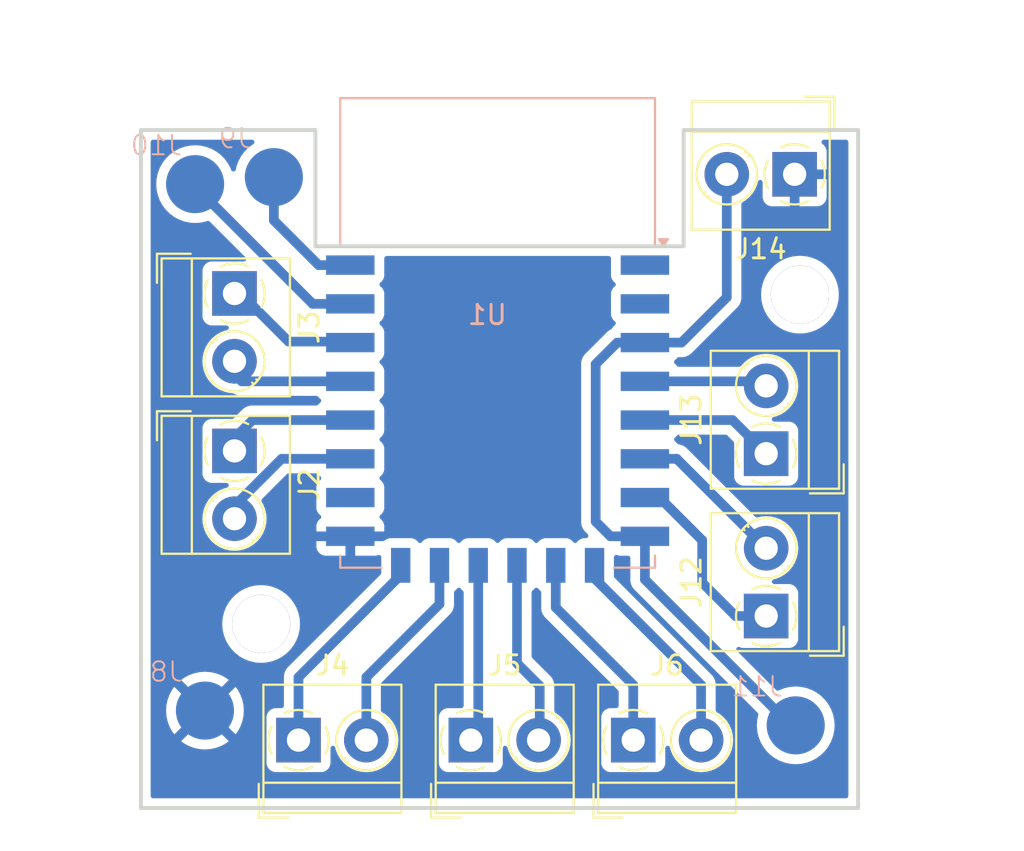
<source format=kicad_pcb>
(kicad_pcb (version 20240108) (generator "pcbnew") (generator_version "8.0")
  (layers (0 "F.Cu" signal) (31 "B.Cu" signal) (34 "B.Paste" user) (35 "F.Paste" user) (36 "B.SilkS" user "B.Silkscreen") (37 "F.SilkS" user "F.Silkscreen") (38 "B.Mask" user) (39 "F.Mask" user) (44 "Edge.Cuts" user))
  (net 0 "")
  (net 1 "+3.3V")
  (net 2 "GND")
  (net 4 "TX")
  (net 5 "RX")
  (net 7 "3_1")
  (net 8 "4_2")
  (net 9 "4_1")
  (net 10 "2_2")
  (net 11 "2_1")
  (net 12 "3_2")
  (net 13 "5_2")
  (net 14 "5_1")
  (net 15 "1_2")
  (net 16 "1_1")
  (net 18 "6_1")
  (net 19 "6_2")
  (net 20 "7_2")
  (net 21 "7_1")
  (footprint "TerminalBlock_MetzConnect:TerminalBlock_MetzConnect_Type059_RT06302HBWC_1x02_P3.50mm_Horizontal" (layer "F.Cu") (at 74.836 65.33 90)
    (property "Reference" "J12" (at 1.75 -3.86 90) (layer "F.SilkS"))
    (property "Value" "terminal_1")
    (fp_line (start 5.31 -2.86) (end 5.31 3.76) (stroke (width 0.12)) (layer "F.SilkS"))
    (fp_line (start -1.81 -2.86) (end 5.31 -2.86) (stroke (width 0.12)) (layer "F.SilkS"))
    (fp_line (start -1.81 -2.86) (end -1.81 3.76) (stroke (width 0.12)) (layer "F.SilkS"))
    (fp_line (start 4.49 -1.18) (end 4.436 -1.126) (stroke (width 0.12)) (layer "F.SilkS"))
    (fp_line (start 4.68 -0.99) (end 4.604 -0.914) (stroke (width 0.12)) (layer "F.SilkS"))
    (fp_line (start 2.397 0.914) (end 2.321 0.99) (stroke (width 0.12)) (layer "F.SilkS"))
    (fp_line (start 2.565 1.125) (end 2.511 1.18) (stroke (width 0.12)) (layer "F.SilkS"))
    (fp_line (start -1.81 2.2) (end 5.31 2.2) (stroke (width 0.12)) (layer "F.SilkS"))
    (fp_line (start -2.05 2.26) (end -2.05 4) (stroke (width 0.12)) (layer "F.SilkS"))
    (fp_line (start -1.81 3.76) (end 5.31 3.76) (stroke (width 0.12)) (layer "F.SilkS"))
    (fp_line (start -2.05 4) (end -0.55 4) (stroke (width 0.12)) (layer "F.SilkS"))
    (fp_arc (start -0.705733 -1.386645) (mid 0.000711 -1.555906) (end 0.707 -1.386) (stroke (width 0.12)) (layer "F.SilkS"))
    (fp_arc (start 1.386645 -0.705733) (mid 1.555906 0.000711) (end 1.386 0.707) (stroke (width 0.12)) (layer "F.SilkS"))
    (fp_arc (start -1.386645 0.705733) (mid -1.555906 -0.000711) (end -1.386 -0.707) (stroke (width 0.12)) (layer "F.SilkS"))
    (fp_arc (start 0.705955 1.385515) (mid 0.363007 1.512035) (end 0 1.555) (stroke (width 0.12)) (layer "F.SilkS"))
    (fp_arc (start 0.026444 1.555682) (mid -0.350695 1.515869) (end -0.707 1.386) (stroke (width 0.12)) (layer "F.SilkS"))
    (fp_circle (center 3.5 0) (end 5.055 0) (stroke (width 0.12)) (fill none) (layer "F.SilkS"))
    (pad "1" thru_hole rect (at 0 0 90) (size 2.3 2.3) (drill 1.2) (layers "*.Cu" "*.Mask") (net 18 "6_1"))
    (pad "2" thru_hole circle (at 3.5 0 90) (size 2.3 2.3) (drill 1.2) (layers "*.Cu" "*.Mask") (net 19 "6_2"))
  )
  (footprint "TerminalBlock_MetzConnect:TerminalBlock_MetzConnect_Type059_RT06302HBWC_1x02_P3.50mm_Horizontal" (layer "F.Cu") (at 47.404 48.678 -90)
    (property "Reference" "J3" (at 1.75 -3.86 -90) (layer "F.SilkS"))
    (property "Value" "terminal_1")
    (fp_line (start -2.05 4) (end -0.55 4) (stroke (width 0.12)) (layer "F.SilkS"))
    (fp_line (start -1.81 3.76) (end 5.31 3.76) (stroke (width 0.12)) (layer "F.SilkS"))
    (fp_line (start -2.05 2.26) (end -2.05 4) (stroke (width 0.12)) (layer "F.SilkS"))
    (fp_line (start -1.81 2.2) (end 5.31 2.2) (stroke (width 0.12)) (layer "F.SilkS"))
    (fp_line (start 2.565 1.125) (end 2.511 1.18) (stroke (width 0.12)) (layer "F.SilkS"))
    (fp_line (start 2.397 0.914) (end 2.321 0.99) (stroke (width 0.12)) (layer "F.SilkS"))
    (fp_line (start 4.68 -0.99) (end 4.604 -0.914) (stroke (width 0.12)) (layer "F.SilkS"))
    (fp_line (start 4.49 -1.18) (end 4.436 -1.126) (stroke (width 0.12)) (layer "F.SilkS"))
    (fp_line (start -1.81 -2.86) (end -1.81 3.76) (stroke (width 0.12)) (layer "F.SilkS"))
    (fp_line (start -1.81 -2.86) (end 5.31 -2.86) (stroke (width 0.12)) (layer "F.SilkS"))
    (fp_line (start 5.31 -2.86) (end 5.31 3.76) (stroke (width 0.12)) (layer "F.SilkS"))
    (fp_arc (start 0.026444 1.555682) (mid -0.350695 1.515869) (end -0.707 1.386) (stroke (width 0.12)) (layer "F.SilkS"))
    (fp_arc (start 0.705955 1.385515) (mid 0.363007 1.512035) (end 0 1.555) (stroke (width 0.12)) (layer "F.SilkS"))
    (fp_arc (start -1.386645 0.705733) (mid -1.555906 -0.000711) (end -1.386 -0.707) (stroke (width 0.12)) (layer "F.SilkS"))
    (fp_arc (start 1.386645 -0.705733) (mid 1.555906 0.000711) (end 1.386 0.707) (stroke (width 0.12)) (layer "F.SilkS"))
    (fp_arc (start -0.705733 -1.386645) (mid 0.000711 -1.555906) (end 0.707 -1.386) (stroke (width 0.12)) (layer "F.SilkS"))
    (fp_circle (center 3.5 0) (end 5.055 0) (stroke (width 0.12)) (fill none) (layer "F.SilkS"))
    (pad "1" thru_hole rect (at 0 0 270) (size 2.3 2.3) (drill 1.2) (layers "*.Cu" "*.Mask") (net 16 "1_1"))
    (pad "2" thru_hole circle (at 3.5 0 270) (size 2.3 2.3) (drill 1.2) (layers "*.Cu" "*.Mask") (net 15 "1_2"))
  )
  (footprint "TerminalBlock_MetzConnect:TerminalBlock_MetzConnect_Type059_RT06302HBWC_1x02_P3.50mm_Horizontal" (layer "F.Cu") (at 76.304 42.526 180)
    (property "Reference" "J14" (at 1.75 -3.86 360) (layer "F.SilkS"))
    (property "Value" "terminal_1")
    (fp_line (start 5.31 -2.86) (end 5.31 3.76) (stroke (width 0.12)) (layer "F.SilkS"))
    (fp_line (start 4.68 -0.99) (end 4.604 -0.914) (stroke (width 0.12)) (layer "F.SilkS"))
    (fp_line (start 4.49 -1.18) (end 4.436 -1.126) (stroke (width 0.12)) (layer "F.SilkS"))
    (fp_line (start 2.565 1.125) (end 2.511 1.18) (stroke (width 0.12)) (layer "F.SilkS"))
    (fp_line (start 2.397 0.914) (end 2.321 0.99) (stroke (width 0.12)) (layer "F.SilkS"))
    (fp_line (start -1.81 3.76) (end 5.31 3.76) (stroke (width 0.12)) (layer "F.SilkS"))
    (fp_line (start -1.81 2.2) (end 5.31 2.2) (stroke (width 0.12)) (layer "F.SilkS"))
    (fp_line (start -1.81 -2.86) (end 5.31 -2.86) (stroke (width 0.12)) (layer "F.SilkS"))
    (fp_line (start -1.81 -2.86) (end -1.81 3.76) (stroke (width 0.12)) (layer "F.SilkS"))
    (fp_line (start -2.05 4) (end -0.55 4) (stroke (width 0.12)) (layer "F.SilkS"))
    (fp_line (start -2.05 2.26) (end -2.05 4) (stroke (width 0.12)) (layer "F.SilkS"))
    (fp_arc (start 1.386645 -0.705733) (mid 1.555906 0.000711) (end 1.386 0.707) (stroke (width 0.12)) (layer "F.SilkS"))
    (fp_arc (start 0.705955 1.385515) (mid 0.363007 1.512035) (end 0 1.555) (stroke (width 0.12)) (layer "F.SilkS"))
    (fp_arc (start 0.026444 1.555682) (mid -0.350695 1.515869) (end -0.707 1.386) (stroke (width 0.12)) (layer "F.SilkS"))
    (fp_arc (start -0.705733 -1.386645) (mid 0.000711 -1.555906) (end 0.707 -1.386) (stroke (width 0.12)) (layer "F.SilkS"))
    (fp_arc (start -1.386645 0.705733) (mid -1.555906 -0.000711) (end -1.386 -0.707) (stroke (width 0.12)) (layer "F.SilkS"))
    (fp_circle (center 3.5 0) (end 5.055 0) (stroke (width 0.12)) (fill none) (layer "F.SilkS"))
    (pad "1" thru_hole rect (at 0 0 180) (size 2.3 2.3) (drill 1.2) (layers "*.Cu" "*.Mask") (net 2 "GND"))
    (pad "2" thru_hole circle (at 3.5 0 180) (size 2.3 2.3) (drill 1.2) (layers "*.Cu" "*.Mask") (net 1 "+3.3V"))
  )
  (footprint "TerminalBlock_MetzConnect:TerminalBlock_MetzConnect_Type059_RT06302HBWC_1x02_P3.50mm_Horizontal" (layer "F.Cu") (at 50.706 71.736)
    (property "Reference" "J4" (at 1.75 -3.86 0) (layer "F.SilkS"))
    (property "Value" "terminal_1")
    (fp_line (start -2.05 2.26) (end -2.05 4) (stroke (width 0.12)) (layer "F.SilkS"))
    (fp_line (start -2.05 4) (end -0.55 4) (stroke (width 0.12)) (layer "F.SilkS"))
    (fp_line (start -1.81 -2.86) (end -1.81 3.76) (stroke (width 0.12)) (layer "F.SilkS"))
    (fp_line (start -1.81 -2.86) (end 5.31 -2.86) (stroke (width 0.12)) (layer "F.SilkS"))
    (fp_line (start -1.81 2.2) (end 5.31 2.2) (stroke (width 0.12)) (layer "F.SilkS"))
    (fp_line (start -1.81 3.76) (end 5.31 3.76) (stroke (width 0.12)) (layer "F.SilkS"))
    (fp_line (start 2.397 0.914) (end 2.321 0.99) (stroke (width 0.12)) (layer "F.SilkS"))
    (fp_line (start 2.565 1.125) (end 2.511 1.18) (stroke (width 0.12)) (layer "F.SilkS"))
    (fp_line (start 4.49 -1.18) (end 4.436 -1.126) (stroke (width 0.12)) (layer "F.SilkS"))
    (fp_line (start 4.68 -0.99) (end 4.604 -0.914) (stroke (width 0.12)) (layer "F.SilkS"))
    (fp_line (start 5.31 -2.86) (end 5.31 3.76) (stroke (width 0.12)) (layer "F.SilkS"))
    (fp_arc (start -1.386645 0.705733) (mid -1.555906 -0.000711) (end -1.386 -0.707) (stroke (width 0.12)) (layer "F.SilkS"))
    (fp_arc (start -0.705733 -1.386645) (mid 0.000711 -1.555906) (end 0.707 -1.386) (stroke (width 0.12)) (layer "F.SilkS"))
    (fp_arc (start 0.026444 1.555682) (mid -0.350695 1.515869) (end -0.707 1.386) (stroke (width 0.12)) (layer "F.SilkS"))
    (fp_arc (start 0.705955 1.385515) (mid 0.363007 1.512035) (end 0 1.555) (stroke (width 0.12)) (layer "F.SilkS"))
    (fp_arc (start 1.386645 -0.705733) (mid 1.555906 0.000711) (end 1.386 0.707) (stroke (width 0.12)) (layer "F.SilkS"))
    (fp_circle (center 3.5 0) (end 5.055 0) (stroke (width 0.12)) (fill none) (layer "F.SilkS"))
    (pad "1" thru_hole rect (at 0 0) (size 2.3 2.3) (drill 1.2) (layers "*.Cu" "*.Mask") (net 7 "3_1"))
    (pad "2" thru_hole circle (at 3.5 0) (size 2.3 2.3) (drill 1.2) (layers "*.Cu" "*.Mask") (net 12 "3_2"))
  )
  (footprint "TerminalBlock_MetzConnect:TerminalBlock_MetzConnect_Type059_RT06302HBWC_1x02_P3.50mm_Horizontal" (layer "F.Cu") (at 59.596 71.736)
    (property "Reference" "J5" (at 1.75 -3.86 0) (layer "F.SilkS"))
    (property "Value" "terminal_1")
    (fp_line (start -2.05 2.26) (end -2.05 4) (stroke (width 0.12)) (layer "F.SilkS"))
    (fp_line (start -2.05 4) (end -0.55 4) (stroke (width 0.12)) (layer "F.SilkS"))
    (fp_line (start -1.81 -2.86) (end -1.81 3.76) (stroke (width 0.12)) (layer "F.SilkS"))
    (fp_line (start -1.81 -2.86) (end 5.31 -2.86) (stroke (width 0.12)) (layer "F.SilkS"))
    (fp_line (start -1.81 2.2) (end 5.31 2.2) (stroke (width 0.12)) (layer "F.SilkS"))
    (fp_line (start -1.81 3.76) (end 5.31 3.76) (stroke (width 0.12)) (layer "F.SilkS"))
    (fp_line (start 2.397 0.914) (end 2.321 0.99) (stroke (width 0.12)) (layer "F.SilkS"))
    (fp_line (start 2.565 1.125) (end 2.511 1.18) (stroke (width 0.12)) (layer "F.SilkS"))
    (fp_line (start 4.49 -1.18) (end 4.436 -1.126) (stroke (width 0.12)) (layer "F.SilkS"))
    (fp_line (start 4.68 -0.99) (end 4.604 -0.914) (stroke (width 0.12)) (layer "F.SilkS"))
    (fp_line (start 5.31 -2.86) (end 5.31 3.76) (stroke (width 0.12)) (layer "F.SilkS"))
    (fp_arc (start -1.386645 0.705733) (mid -1.555906 -0.000711) (end -1.386 -0.707) (stroke (width 0.12)) (layer "F.SilkS"))
    (fp_arc (start -0.705733 -1.386645) (mid 0.000711 -1.555906) (end 0.707 -1.386) (stroke (width 0.12)) (layer "F.SilkS"))
    (fp_arc (start 0.026444 1.555682) (mid -0.350695 1.515869) (end -0.707 1.386) (stroke (width 0.12)) (layer "F.SilkS"))
    (fp_arc (start 0.705955 1.385515) (mid 0.363007 1.512035) (end 0 1.555) (stroke (width 0.12)) (layer "F.SilkS"))
    (fp_arc (start 1.386645 -0.705733) (mid 1.555906 0.000711) (end 1.386 0.707) (stroke (width 0.12)) (layer "F.SilkS"))
    (fp_circle (center 3.5 0) (end 5.055 0) (stroke (width 0.12)) (fill none) (layer "F.SilkS"))
    (pad "1" thru_hole rect (at 0 0) (size 2.3 2.3) (drill 1.2) (layers "*.Cu" "*.Mask") (net 9 "4_1"))
    (pad "2" thru_hole circle (at 3.5 0) (size 2.3 2.3) (drill 1.2) (layers "*.Cu" "*.Mask") (net 8 "4_2"))
  )
  (footprint "CustomParts:hole-3.0mm" (layer "F.Cu") (at 76.578 48.74)
    (property "Reference" "H**" (hide yes))
    (property "Value" "hole-3.0mm" (hide yes))
    (pad "" thru_hole circle (at 0 0) (size 3 3) (drill 3) (layers "*.Cu"))
  )
  (footprint "TerminalBlock_MetzConnect:TerminalBlock_MetzConnect_Type059_RT06302HBWC_1x02_P3.50mm_Horizontal" (layer "F.Cu") (at 47.404 56.806 -90)
    (property "Reference" "J2" (at 1.75 -3.86 -90) (layer "F.SilkS"))
    (property "Value" "terminal_1")
    (fp_line (start -2.05 4) (end -0.55 4) (stroke (width 0.12)) (layer "F.SilkS"))
    (fp_line (start -1.81 3.76) (end 5.31 3.76) (stroke (width 0.12)) (layer "F.SilkS"))
    (fp_line (start -2.05 2.26) (end -2.05 4) (stroke (width 0.12)) (layer "F.SilkS"))
    (fp_line (start -1.81 2.2) (end 5.31 2.2) (stroke (width 0.12)) (layer "F.SilkS"))
    (fp_line (start 2.565 1.125) (end 2.511 1.18) (stroke (width 0.12)) (layer "F.SilkS"))
    (fp_line (start 2.397 0.914) (end 2.321 0.99) (stroke (width 0.12)) (layer "F.SilkS"))
    (fp_line (start 4.68 -0.99) (end 4.604 -0.914) (stroke (width 0.12)) (layer "F.SilkS"))
    (fp_line (start 4.49 -1.18) (end 4.436 -1.126) (stroke (width 0.12)) (layer "F.SilkS"))
    (fp_line (start -1.81 -2.86) (end -1.81 3.76) (stroke (width 0.12)) (layer "F.SilkS"))
    (fp_line (start -1.81 -2.86) (end 5.31 -2.86) (stroke (width 0.12)) (layer "F.SilkS"))
    (fp_line (start 5.31 -2.86) (end 5.31 3.76) (stroke (width 0.12)) (layer "F.SilkS"))
    (fp_arc (start 0.026444 1.555682) (mid -0.350695 1.515869) (end -0.707 1.386) (stroke (width 0.12)) (layer "F.SilkS"))
    (fp_arc (start 0.705955 1.385515) (mid 0.363007 1.512035) (end 0 1.555) (stroke (width 0.12)) (layer "F.SilkS"))
    (fp_arc (start -1.386645 0.705733) (mid -1.555906 -0.000711) (end -1.386 -0.707) (stroke (width 0.12)) (layer "F.SilkS"))
    (fp_arc (start 1.386645 -0.705733) (mid 1.555906 0.000711) (end 1.386 0.707) (stroke (width 0.12)) (layer "F.SilkS"))
    (fp_arc (start -0.705733 -1.386645) (mid 0.000711 -1.555906) (end 0.707 -1.386) (stroke (width 0.12)) (layer "F.SilkS"))
    (fp_circle (center 3.5 0) (end 5.055 0) (stroke (width 0.12)) (fill none) (layer "F.SilkS"))
    (pad "1" thru_hole rect (at 0 0 270) (size 2.3 2.3) (drill 1.2) (layers "*.Cu" "*.Mask") (net 11 "2_1"))
    (pad "2" thru_hole circle (at 3.5 0 270) (size 2.3 2.3) (drill 1.2) (layers "*.Cu" "*.Mask") (net 10 "2_2"))
  )
  (footprint "TerminalBlock_MetzConnect:TerminalBlock_MetzConnect_Type059_RT06302HBWC_1x02_P3.50mm_Horizontal" (layer "F.Cu") (at 67.978 71.736)
    (property "Reference" "J6" (at 1.75 -3.86 0) (layer "F.SilkS"))
    (property "Value" "terminal_1")
    (fp_line (start -2.05 2.26) (end -2.05 4) (stroke (width 0.12)) (layer "F.SilkS"))
    (fp_line (start -2.05 4) (end -0.55 4) (stroke (width 0.12)) (layer "F.SilkS"))
    (fp_line (start -1.81 -2.86) (end -1.81 3.76) (stroke (width 0.12)) (layer "F.SilkS"))
    (fp_line (start -1.81 -2.86) (end 5.31 -2.86) (stroke (width 0.12)) (layer "F.SilkS"))
    (fp_line (start -1.81 2.2) (end 5.31 2.2) (stroke (width 0.12)) (layer "F.SilkS"))
    (fp_line (start -1.81 3.76) (end 5.31 3.76) (stroke (width 0.12)) (layer "F.SilkS"))
    (fp_line (start 2.397 0.914) (end 2.321 0.99) (stroke (width 0.12)) (layer "F.SilkS"))
    (fp_line (start 2.565 1.125) (end 2.511 1.18) (stroke (width 0.12)) (layer "F.SilkS"))
    (fp_line (start 4.49 -1.18) (end 4.436 -1.126) (stroke (width 0.12)) (layer "F.SilkS"))
    (fp_line (start 4.68 -0.99) (end 4.604 -0.914) (stroke (width 0.12)) (layer "F.SilkS"))
    (fp_line (start 5.31 -2.86) (end 5.31 3.76) (stroke (width 0.12)) (layer "F.SilkS"))
    (fp_arc (start -1.386645 0.705733) (mid -1.555906 -0.000711) (end -1.386 -0.707) (stroke (width 0.12)) (layer "F.SilkS"))
    (fp_arc (start -0.705733 -1.386645) (mid 0.000711 -1.555906) (end 0.707 -1.386) (stroke (width 0.12)) (layer "F.SilkS"))
    (fp_arc (start 0.026444 1.555682) (mid -0.350695 1.515869) (end -0.707 1.386) (stroke (width 0.12)) (layer "F.SilkS"))
    (fp_arc (start 0.705955 1.385515) (mid 0.363007 1.512035) (end 0 1.555) (stroke (width 0.12)) (layer "F.SilkS"))
    (fp_arc (start 1.386645 -0.705733) (mid 1.555906 0.000711) (end 1.386 0.707) (stroke (width 0.12)) (layer "F.SilkS"))
    (fp_circle (center 3.5 0) (end 5.055 0) (stroke (width 0.12)) (fill none) (layer "F.SilkS"))
    (pad "1" thru_hole rect (at 0 0) (size 2.3 2.3) (drill 1.2) (layers "*.Cu" "*.Mask") (net 14 "5_1"))
    (pad "2" thru_hole circle (at 3.5 0) (size 2.3 2.3) (drill 1.2) (layers "*.Cu" "*.Mask") (net 13 "5_2"))
  )
  (footprint "TerminalBlock_MetzConnect:TerminalBlock_MetzConnect_Type059_RT06302HBWC_1x02_P3.50mm_Horizontal" (layer "F.Cu") (at 74.836 56.948 90)
    (property "Reference" "J13" (at 1.75 -3.86 90) (layer "F.SilkS"))
    (property "Value" "terminal_1")
    (fp_line (start 5.31 -2.86) (end 5.31 3.76) (stroke (width 0.12)) (layer "F.SilkS"))
    (fp_line (start -1.81 -2.86) (end 5.31 -2.86) (stroke (width 0.12)) (layer "F.SilkS"))
    (fp_line (start -1.81 -2.86) (end -1.81 3.76) (stroke (width 0.12)) (layer "F.SilkS"))
    (fp_line (start 4.49 -1.18) (end 4.436 -1.126) (stroke (width 0.12)) (layer "F.SilkS"))
    (fp_line (start 4.68 -0.99) (end 4.604 -0.914) (stroke (width 0.12)) (layer "F.SilkS"))
    (fp_line (start 2.397 0.914) (end 2.321 0.99) (stroke (width 0.12)) (layer "F.SilkS"))
    (fp_line (start 2.565 1.125) (end 2.511 1.18) (stroke (width 0.12)) (layer "F.SilkS"))
    (fp_line (start -1.81 2.2) (end 5.31 2.2) (stroke (width 0.12)) (layer "F.SilkS"))
    (fp_line (start -2.05 2.26) (end -2.05 4) (stroke (width 0.12)) (layer "F.SilkS"))
    (fp_line (start -1.81 3.76) (end 5.31 3.76) (stroke (width 0.12)) (layer "F.SilkS"))
    (fp_line (start -2.05 4) (end -0.55 4) (stroke (width 0.12)) (layer "F.SilkS"))
    (fp_arc (start -0.705733 -1.386645) (mid 0.000711 -1.555906) (end 0.707 -1.386) (stroke (width 0.12)) (layer "F.SilkS"))
    (fp_arc (start 1.386645 -0.705733) (mid 1.555906 0.000711) (end 1.386 0.707) (stroke (width 0.12)) (layer "F.SilkS"))
    (fp_arc (start -1.386645 0.705733) (mid -1.555906 -0.000711) (end -1.386 -0.707) (stroke (width 0.12)) (layer "F.SilkS"))
    (fp_arc (start 0.705955 1.385515) (mid 0.363007 1.512035) (end 0 1.555) (stroke (width 0.12)) (layer "F.SilkS"))
    (fp_arc (start 0.026444 1.555682) (mid -0.350695 1.515869) (end -0.707 1.386) (stroke (width 0.12)) (layer "F.SilkS"))
    (fp_circle (center 3.5 0) (end 5.055 0) (stroke (width 0.12)) (fill none) (layer "F.SilkS"))
    (pad "1" thru_hole rect (at 0 0 90) (size 2.3 2.3) (drill 1.2) (layers "*.Cu" "*.Mask") (net 21 "7_1"))
    (pad "2" thru_hole circle (at 3.5 0 90) (size 2.3 2.3) (drill 1.2) (layers "*.Cu" "*.Mask") (net 20 "7_2"))
  )
  (footprint "CustomParts:hole-3.0mm" (layer "F.Cu") (at 48.778 65.74)
    (property "Reference" "H**" (hide yes))
    (property "Value" "hole-3.0mm" (hide yes))
    (pad "" thru_hole circle (at 0 0) (size 3 3) (drill 3) (layers "*.Cu"))
  )
  (footprint "CustomParts:solderConnector3" (layer "B.Cu") (at 49.436 42.672 180)
    (property "Reference" "J9" (at 2 2 0) (layer "B.SilkS") (effects (font (thickness 0.1)) (justify mirror)))
    (property "Value" "solderConn")
    (pad "1" smd circle (at 0 0 180) (size 3 3) (layers "B.Cu" "B.Paste" "B.Mask") (net 4 "TX"))
  )
  (footprint "CustomParts:solderConnector3" (layer "B.Cu") (at 45.88 70.212 180)
    (property "Reference" "J8" (at 2 2 0) (layer "B.SilkS") (effects (font (thickness 0.1)) (justify mirror)))
    (property "Value" "solderConn")
    (pad "1" smd circle (at 0 0 180) (size 3 3) (layers "B.Cu" "B.Paste" "B.Mask") (net 2 "GND"))
  )
  (footprint "CustomParts:solderConnector3" (layer "B.Cu") (at 76.36 70.974 180)
    (property "Reference" "J11" (at 2 2 0) (layer "B.SilkS") (effects (font (thickness 0.1)) (justify mirror)))
    (property "Value" "solderConn")
    (pad "1" smd circle (at 0 0 180) (size 3 3) (layers "B.Cu" "B.Paste" "B.Mask") (net 1 "+3.3V"))
  )
  (footprint "CustomParts:solderConnector3" (layer "B.Cu") (at 45.372 43.034 180)
    (property "Reference" "J10" (at 2 2 0) (layer "B.SilkS") (effects (font (thickness 0.1)) (justify mirror)))
    (property "Value" "solderConn")
    (pad "1" smd circle (at 0 0 180) (size 3 3) (layers "B.Cu" "B.Paste" "B.Mask") (net 5 "RX"))
  )
  (footprint "RF_Module:ESP-12E" (layer "B.Cu") (at 60.98 50.714 180)
    (property "Reference" "U1" (at 0.528 0.93 0) (layer "B.SilkS") (effects (justify mirror)))
    (property "Value" "ESP-12E")
    (fp_line (start 8.12 12.12) (end -8.12 12.12) (stroke (width 0.12)) (layer "B.SilkS"))
    (fp_line (start 8.12 4.5) (end 8.12 12.12) (stroke (width 0.12)) (layer "B.SilkS"))
    (fp_line (start 8.12 -12.12) (end 8.12 -11.5) (stroke (width 0.12)) (layer "B.SilkS"))
    (fp_line (start 6 -12.12) (end 8.12 -12.12) (stroke (width 0.12)) (layer "B.SilkS"))
    (fp_line (start -8.12 12.12) (end -8.12 4.5) (stroke (width 0.12)) (layer "B.SilkS"))
    (fp_line (start -8.12 -11.5) (end -8.12 -12.12) (stroke (width 0.12)) (layer "B.SilkS"))
    (fp_line (start -8.12 -12.12) (end -6 -12.12) (stroke (width 0.12)) (layer "B.SilkS"))
    (fp_poly (pts (xy -8.55 4.5) (xy -8.79 4.836) (xy -8.31 4.836) (xy -8.55 4.5)) (stroke (width 0.12)) (fill solid) (layer "B.SilkS"))
    (pad "1" smd rect (at -7.6 3.5 180) (size 2.5 1) (layers "B.Cu" "B.Paste" "B.Mask"))
    (pad "2" smd rect (at -7.6 1.5 180) (size 2.5 1) (layers "B.Cu" "B.Paste" "B.Mask"))
    (pad "3" smd rect (at -7.6 -0.5 180) (size 2.5 1) (layers "B.Cu" "B.Paste" "B.Mask") (net 1 "+3.3V"))
    (pad "4" smd rect (at -7.6 -2.5 180) (size 2.5 1) (layers "B.Cu" "B.Paste" "B.Mask") (net 20 "7_2"))
    (pad "5" smd rect (at -7.6 -4.5 180) (size 2.5 1) (layers "B.Cu" "B.Paste" "B.Mask") (net 21 "7_1"))
    (pad "6" smd rect (at -7.6 -6.5 180) (size 2.5 1) (layers "B.Cu" "B.Paste" "B.Mask") (net 19 "6_2"))
    (pad "7" smd rect (at -7.6 -8.5 180) (size 2.5 1) (layers "B.Cu" "B.Paste" "B.Mask") (net 18 "6_1"))
    (pad "8" smd rect (at -7.6 -10.5 180) (size 2.5 1) (layers "B.Cu" "B.Paste" "B.Mask") (net 1 "+3.3V"))
    (pad "9" smd rect (at -5 -12 180) (size 1 1.8) (layers "B.Cu" "B.Paste" "B.Mask") (net 13 "5_2"))
    (pad "10" smd rect (at -3 -12 180) (size 1 1.8) (layers "B.Cu" "B.Paste" "B.Mask") (net 14 "5_1"))
    (pad "11" smd rect (at -1 -12 180) (size 1 1.8) (layers "B.Cu" "B.Paste" "B.Mask") (net 8 "4_2"))
    (pad "12" smd rect (at 1 -12 180) (size 1 1.8) (layers "B.Cu" "B.Paste" "B.Mask") (net 9 "4_1"))
    (pad "13" smd rect (at 3 -12 180) (size 1 1.8) (layers "B.Cu" "B.Paste" "B.Mask") (net 12 "3_2"))
    (pad "14" smd rect (at 5 -12 180) (size 1 1.8) (layers "B.Cu" "B.Paste" "B.Mask") (net 7 "3_1"))
    (pad "15" smd rect (at 7.6 -10.5 180) (size 2.5 1) (layers "B.Cu" "B.Paste" "B.Mask") (net 2 "GND"))
    (pad "16" smd rect (at 7.6 -8.5 180) (size 2.5 1) (layers "B.Cu" "B.Paste" "B.Mask"))
    (pad "17" smd rect (at 7.6 -6.5 180) (size 2.5 1) (layers "B.Cu" "B.Paste" "B.Mask") (net 10 "2_2"))
    (pad "18" smd rect (at 7.6 -4.5 180) (size 2.5 1) (layers "B.Cu" "B.Paste" "B.Mask") (net 11 "2_1"))
    (pad "19" smd rect (at 7.6 -2.5 180) (size 2.5 1) (layers "B.Cu" "B.Paste" "B.Mask") (net 15 "1_2"))
    (pad "20" smd rect (at 7.6 -0.5 180) (size 2.5 1) (layers "B.Cu" "B.Paste" "B.Mask") (net 16 "1_1"))
    (pad "21" smd rect (at 7.6 1.5 180) (size 2.5 1) (layers "B.Cu" "B.Paste" "B.Mask") (net 5 "RX"))
    (pad "22" smd rect (at 7.6 3.5 180) (size 2.5 1) (layers "B.Cu" "B.Paste" "B.Mask") (net 4 "TX"))
    (zone (net 0) (net_name "") (layers "*.Cu") (connect_pads (clearance 0)) (min_thickness 0.254)
      (keepout (tracks not_allowed) (vias not_allowed) (pads not_allowed) (copperpour not_allowed) (footprints not_allowed))
      (fill (thermal_gap 0.508) (thermal_bridge_width 0.508))
      (polygon (pts (xy 69.1 45.914) (xy 52.86 45.914) (xy 52.86 38.594) (xy 69.1 38.594)))
    )
  )
  (gr_line (start 70.578 46.24) (end 70.578 40.24) (stroke (width 0.2)) (layer "Edge.Cuts"))
  (gr_circle (center 48.778 65.74) (end 49.278 65.74) (stroke (width 0.2)) (fill none) (layer "Edge.Cuts"))
  (gr_line (start 42.578 40.24) (end 51.578 40.24) (stroke (width 0.2)) (layer "Edge.Cuts"))
  (gr_line (start 79.578 40.24) (end 79.578 75.24) (stroke (width 0.2)) (layer "Edge.Cuts"))
  (gr_circle (center 76.578 48.74) (end 77.078 48.74) (stroke (width 0.2)) (fill none) (layer "Edge.Cuts"))
  (gr_line (start 70.578 40.24) (end 79.578 40.24) (stroke (width 0.2)) (layer "Edge.Cuts"))
  (gr_line (start 51.578 46.24) (end 70.578 46.24) (stroke (width 0.2)) (layer "Edge.Cuts"))
  (gr_line (start 42.578 75.24) (end 42.578 40.24) (stroke (width 0.2)) (layer "Edge.Cuts"))
  (gr_line (start 79.578 75.24) (end 42.578 75.24) (stroke (width 0.2)) (layer "Edge.Cuts"))
  (gr_line (start 51.578 40.24) (end 51.578 46.24) (stroke (width 0.2)) (layer "Edge.Cuts"))
  (segment (start 66.802 61.214) (end 66.04 60.452) (width 0.5) (layer "B.Cu") (net 1))
  (segment (start 72.804 48.876) (end 72.804 42.526) (width 0.5) (layer "B.Cu") (net 1))
  (segment (start 67.15 51.214) (end 68.58 51.214) (width 0.5) (layer "B.Cu") (net 1))
  (segment (start 70.466 51.214) (end 72.804 48.876) (width 0.5) (layer "B.Cu") (net 1))
  (segment (start 68.58 61.214) (end 66.802 61.214) (width 0.5) (layer "B.Cu") (net 1))
  (segment (start 66.04 60.452) (end 66.04 52.324) (width 0.5) (layer "B.Cu") (net 1))
  (segment (start 68.58 63.448) (end 68.58 61.214) (width 0.5) (layer "B.Cu") (net 1))
  (segment (start 66.04 52.324) (end 67.15 51.214) (width 0.5) (layer "B.Cu") (net 1))
  (segment (start 76.868 71.736) (end 68.58 63.448) (width 0.5) (layer "B.Cu") (net 1))
  (segment (start 68.58 51.214) (end 70.466 51.214) (width 0.5) (layer "B.Cu") (net 1))
  (segment (start 49.436 44.90466) (end 49.436 42.672) (width 0.5) (layer "B.Cu") (net 4))
  (segment (start 51.74534 47.214) (end 49.436 44.90466) (width 0.5) (layer "B.Cu") (net 4))
  (segment (start 53.38 47.214) (end 51.74534 47.214) (width 0.5) (layer "B.Cu") (net 4))
  (segment (start 45.372 43.034) (end 45.01 42.672) (width 0.5) (layer "B.Cu") (net 5))
  (segment (start 51.438 49.214) (end 45.372 43.148) (width 0.5) (layer "B.Cu") (net 5))
  (segment (start 45.372 43.148) (end 45.372 43.034) (width 0.5) (layer "B.Cu") (net 5))
  (segment (start 53.38 49.214) (end 51.438 49.214) (width 0.5) (layer "B.Cu") (net 5))
  (segment (start 55.98 62.714) (end 55.98 63.216) (width 0.5) (layer "B.Cu") (net 7))
  (segment (start 50.706 68.49) (end 50.706 71.736) (width 0.5) (layer "B.Cu") (net 7))
  (segment (start 55.98 63.216) (end 50.706 68.49) (width 0.5) (layer "B.Cu") (net 7))
  (segment (start 63.152 71.68) (end 63.096 71.736) (width 0.5) (layer "B.Cu") (net 8))
  (segment (start 61.98 62.714) (end 61.98 67.77) (width 0.5) (layer "B.Cu") (net 8))
  (segment (start 61.98 67.77) (end 63.152 68.942) (width 0.5) (layer "B.Cu") (net 8))
  (segment (start 63.152 68.942) (end 63.152 71.68) (width 0.5) (layer "B.Cu") (net 8))
  (segment (start 59.98 71.352) (end 59.596 71.736) (width 0.5) (layer "B.Cu") (net 9))
  (segment (start 59.98 62.714) (end 59.98 71.352) (width 0.5) (layer "B.Cu") (net 9))
  (segment (start 49.834 57.214) (end 46.742 60.306) (width 0.5) (layer "B.Cu") (net 10))
  (segment (start 53.38 57.214) (end 49.834 57.214) (width 0.5) (layer "B.Cu") (net 10))
  (segment (start 53.38 55.214) (end 48.334 55.214) (width 0.5) (layer "B.Cu") (net 11))
  (segment (start 48.334 55.214) (end 46.742 56.806) (width 0.5) (layer "B.Cu") (net 11))
  (segment (start 57.98 62.714) (end 57.98 64.716) (width 0.5) (layer "B.Cu") (net 12))
  (segment (start 57.98 64.716) (end 54.206 68.49) (width 0.5) (layer "B.Cu") (net 12))
  (segment (start 54.206 68.49) (end 54.206 71.736) (width 0.5) (layer "B.Cu") (net 12))
  (segment (start 65.98 62.714) (end 65.98 63.388) (width 0.5) (layer "B.Cu") (net 13))
  (segment (start 71.478 68.886) (end 71.478 71.736) (width 0.5) (layer "B.Cu") (net 13))
  (segment (start 65.98 63.388) (end 71.478 68.886) (width 0.5) (layer "B.Cu") (net 13))
  (segment (start 63.98 62.714) (end 63.98 64.888) (width 0.5) (layer "B.Cu") (net 14))
  (segment (start 67.978 68.886) (end 67.978 71.736) (width 0.5) (layer "B.Cu") (net 14))
  (segment (start 63.98 64.888) (end 67.978 68.886) (width 0.5) (layer "B.Cu") (net 14))
  (segment (start 47.778 53.214) (end 46.742 52.178) (width 0.5) (layer "B.Cu") (net 15))
  (segment (start 53.38 53.214) (end 47.778 53.214) (width 0.5) (layer "B.Cu") (net 15))
  (segment (start 50.198 51.162) (end 47.714 48.678) (width 0.5) (layer "B.Cu") (net 16))
  (segment (start 47.714 48.678) (end 46.742 48.678) (width 0.5) (layer "B.Cu") (net 16))
  (segment (start 53.328 51.162) (end 50.198 51.162) (width 0.5) (layer "B.Cu") (net 16))
  (segment (start 53.38 51.214) (end 53.328 51.162) (width 0.5) (layer "B.Cu") (net 16))
  (segment (start 71.534 63.608) (end 73.256 65.33) (width 0.5) (layer "B.Cu") (net 18))
  (segment (start 68.58 59.214) (end 69.33 59.214) (width 0.5) (layer "B.Cu") (net 18))
  (segment (start 71.534 61.418) (end 71.534 63.608) (width 0.5) (layer "B.Cu") (net 18))
  (segment (start 69.33 59.214) (end 71.534 61.418) (width 0.5) (layer "B.Cu") (net 18))
  (segment (start 73.256 65.33) (end 74.836 65.33) (width 0.5) (layer "B.Cu") (net 18))
  (segment (start 70.22 57.214) (end 74.836 61.83) (width 0.5) (layer "B.Cu") (net 19))
  (segment (start 68.58 57.214) (end 70.22 57.214) (width 0.5) (layer "B.Cu") (net 19))
  (segment (start 68.58 53.214) (end 74.602 53.214) (width 0.5) (layer "B.Cu") (net 20))
  (segment (start 74.602 53.214) (end 74.836 53.448) (width 0.5) (layer "B.Cu") (net 20))
  (segment (start 73.102 55.214) (end 74.836 56.948) (width 0.5) (layer "B.Cu") (net 21))
  (segment (start 68.58 55.214) (end 73.102 55.214) (width 0.5) (layer "B.Cu") (net 21))
  (zone (net 2) (net_name "GND") (layer "B.Cu") (connect_pads (clearance 0.5)) (min_thickness 0.25) (fill yes (thermal_gap 0.5) (thermal_bridge_width 0.5))
    (polygon (pts (xy 88.138 35.814) (xy 35.306 33.528) (xy 36.576 77.47) (xy 87.884 77.216)))
  )
)
</source>
